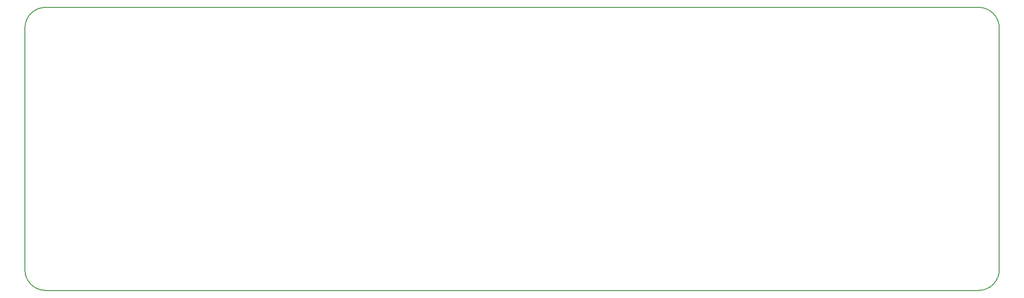
<source format=gbr>
%TF.GenerationSoftware,KiCad,Pcbnew,8.0.4+1*%
%TF.CreationDate,2024-10-13T09:49:30+00:00*%
%TF.ProjectId,nixie,6e697869-652e-46b6-9963-61645f706362,v1.0*%
%TF.SameCoordinates,Original*%
%TF.FileFunction,Profile,NP*%
%FSLAX46Y46*%
G04 Gerber Fmt 4.6, Leading zero omitted, Abs format (unit mm)*
G04 Created by KiCad (PCBNEW 8.0.4+1) date 2024-10-13 09:49:30*
%MOMM*%
%LPD*%
G01*
G04 APERTURE LIST*
%TA.AperFunction,Profile*%
%ADD10C,0.200000*%
%TD*%
G04 APERTURE END LIST*
D10*
X76000000Y-116000000D02*
G75*
G02*
X72000000Y-112000000I0J4000000D01*
G01*
X72000000Y-65000000D02*
G75*
G02*
X76000000Y-61000000I4000000J0D01*
G01*
X76000000Y-116000000D02*
X257000000Y-116000000D01*
X261000000Y-112000000D02*
G75*
G02*
X257000000Y-116000000I-4000000J0D01*
G01*
X257000000Y-61000000D02*
X76000000Y-61000000D01*
X261000000Y-112000000D02*
X261000000Y-65000000D01*
X72000000Y-112000000D02*
X72000000Y-65000000D01*
X257000000Y-61000000D02*
G75*
G02*
X261000000Y-65000000I0J-4000000D01*
G01*
M02*

</source>
